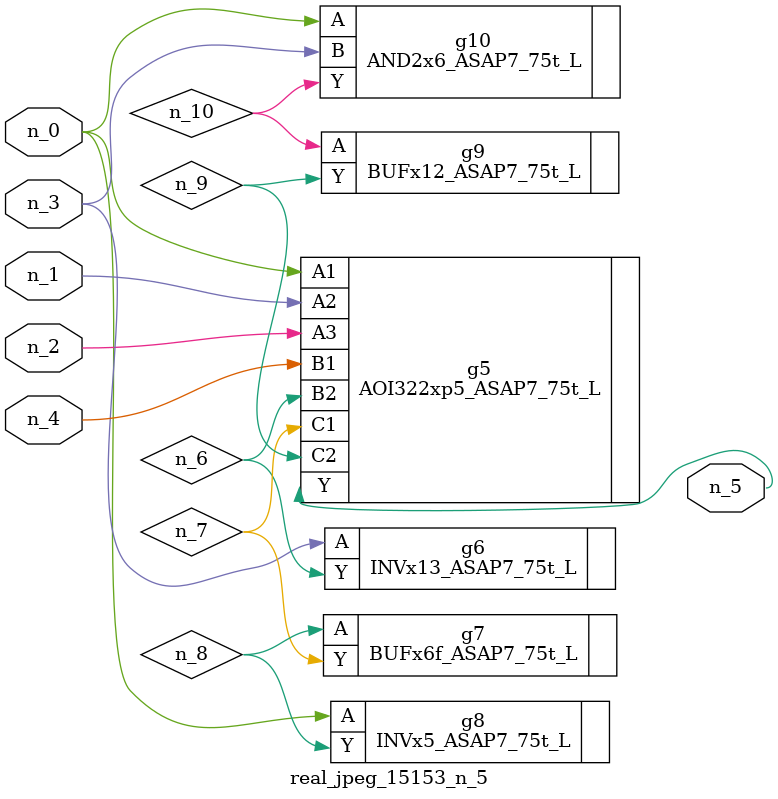
<source format=v>
module real_jpeg_15153_n_5 (n_4, n_0, n_1, n_2, n_3, n_5);

input n_4;
input n_0;
input n_1;
input n_2;
input n_3;

output n_5;

wire n_8;
wire n_6;
wire n_7;
wire n_10;
wire n_9;

AOI322xp5_ASAP7_75t_L g5 ( 
.A1(n_0),
.A2(n_1),
.A3(n_2),
.B1(n_4),
.B2(n_6),
.C1(n_7),
.C2(n_9),
.Y(n_5)
);

INVx5_ASAP7_75t_L g8 ( 
.A(n_0),
.Y(n_8)
);

AND2x6_ASAP7_75t_L g10 ( 
.A(n_0),
.B(n_3),
.Y(n_10)
);

INVx13_ASAP7_75t_L g6 ( 
.A(n_3),
.Y(n_6)
);

BUFx6f_ASAP7_75t_L g7 ( 
.A(n_8),
.Y(n_7)
);

BUFx12_ASAP7_75t_L g9 ( 
.A(n_10),
.Y(n_9)
);


endmodule
</source>
